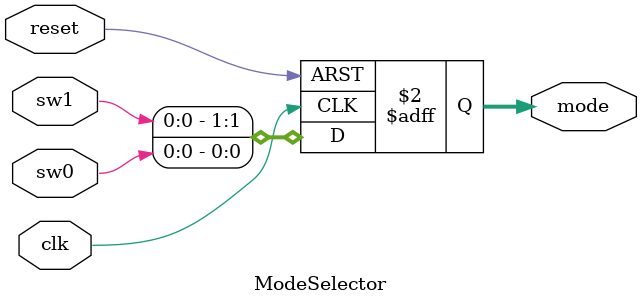
<source format=v>
`timescale 1ns / 1ps
module ModeSelector(
    input  wire clk,
    input  wire reset,
    input  wire sw0,      // SW bit 0
    input  wire sw1,      // SW bit 1
    output reg [1:0] mode // 00=MODE1, 01=MODE2, 10=MODE3, 11=MODE4
);
    always @(posedge clk or posedge reset) begin
        if (reset)
            mode <= 2'b00;
        else
            mode <= {sw1, sw0};
    end
endmodule

</source>
